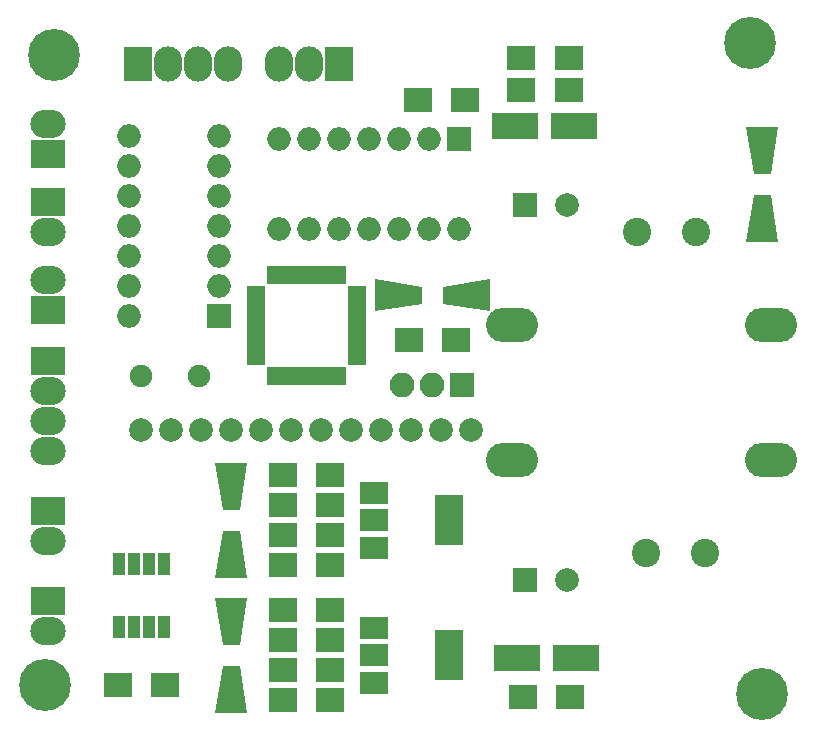
<source format=gts>
G04 #@! TF.FileFunction,Soldermask,Top*
%FSLAX46Y46*%
G04 Gerber Fmt 4.6, Leading zero omitted, Abs format (unit mm)*
G04 Created by KiCad (PCBNEW 4.0.2+dfsg1-stable) date ven. 05 janv. 2018 23:18:11 CET*
%MOMM*%
G01*
G04 APERTURE LIST*
%ADD10C,0.100000*%
%ADD11R,1.000000X1.950000*%
%ADD12R,2.000000X2.000000*%
%ADD13C,2.000000*%
%ADD14R,2.400000X2.000000*%
%ADD15O,4.400000X2.900000*%
%ADD16R,2.400000X2.100000*%
%ADD17C,2.400000*%
%ADD18R,3.900000X2.200000*%
%ADD19C,4.400000*%
%ADD20R,1.600000X1.000000*%
%ADD21R,1.000000X1.600000*%
%ADD22R,2.100000X2.100000*%
%ADD23O,2.100000X2.100000*%
%ADD24O,2.000000X2.000000*%
%ADD25R,3.000000X2.400000*%
%ADD26O,3.000000X2.400000*%
%ADD27C,1.900000*%
%ADD28R,2.400000X4.200000*%
%ADD29R,2.400000X1.900000*%
%ADD30R,2.400000X3.000000*%
%ADD31O,2.400000X3.000000*%
G04 APERTURE END LIST*
D10*
D11*
X108585000Y-119220000D03*
X107315000Y-119220000D03*
X106045000Y-119220000D03*
X104775000Y-119220000D03*
X104775000Y-124620000D03*
X106045000Y-124620000D03*
X107315000Y-124620000D03*
X108585000Y-124620000D03*
D12*
X139192000Y-88900000D03*
D13*
X142692000Y-88900000D03*
D14*
X138843000Y-79121000D03*
X142843000Y-79121000D03*
D15*
X138020000Y-99060000D03*
X160020000Y-99060000D03*
D16*
X142843000Y-76454000D03*
X138843000Y-76454000D03*
D17*
X153630000Y-91186000D03*
X148630000Y-91186000D03*
D18*
X138343000Y-82169000D03*
X143343000Y-82169000D03*
D10*
G36*
X160608000Y-92022000D02*
X157908000Y-92022000D01*
X158508000Y-88022000D01*
X160008000Y-88022000D01*
X160608000Y-92022000D01*
X160608000Y-92022000D01*
G37*
G36*
X157908000Y-82222000D02*
X160608000Y-82222000D01*
X160008000Y-86222000D01*
X158508000Y-86222000D01*
X157908000Y-82222000D01*
X157908000Y-82222000D01*
G37*
D19*
X158242000Y-75184000D03*
D20*
X116400000Y-96260000D03*
X116400000Y-97060000D03*
X116400000Y-97860000D03*
X116400000Y-98660000D03*
X116400000Y-99460000D03*
X116400000Y-100260000D03*
X116400000Y-101060000D03*
X116400000Y-101860000D03*
D21*
X117850000Y-103310000D03*
X118650000Y-103310000D03*
X119450000Y-103310000D03*
X120250000Y-103310000D03*
X121050000Y-103310000D03*
X121850000Y-103310000D03*
X122650000Y-103310000D03*
X123450000Y-103310000D03*
D20*
X124900000Y-101860000D03*
X124900000Y-101060000D03*
X124900000Y-100260000D03*
X124900000Y-99460000D03*
X124900000Y-98660000D03*
X124900000Y-97860000D03*
X124900000Y-97060000D03*
X124900000Y-96260000D03*
D21*
X123450000Y-94810000D03*
X122650000Y-94810000D03*
X121850000Y-94810000D03*
X121050000Y-94810000D03*
X120250000Y-94810000D03*
X119450000Y-94810000D03*
X118650000Y-94810000D03*
X117850000Y-94810000D03*
D22*
X133858000Y-104140000D03*
D23*
X131318000Y-104140000D03*
X128778000Y-104140000D03*
D16*
X133318000Y-100330000D03*
X129318000Y-100330000D03*
X134080000Y-80010000D03*
X130080000Y-80010000D03*
D10*
G36*
X126418000Y-97870000D02*
X126418000Y-95170000D01*
X130418000Y-95770000D01*
X130418000Y-97270000D01*
X126418000Y-97870000D01*
X126418000Y-97870000D01*
G37*
G36*
X136218000Y-95170000D02*
X136218000Y-97870000D01*
X132218000Y-97270000D01*
X132218000Y-95770000D01*
X136218000Y-95170000D01*
X136218000Y-95170000D01*
G37*
D12*
X133604000Y-83312000D03*
D24*
X118364000Y-90932000D03*
X131064000Y-83312000D03*
X120904000Y-90932000D03*
X128524000Y-83312000D03*
X123444000Y-90932000D03*
X125984000Y-83312000D03*
X125984000Y-90932000D03*
X123444000Y-83312000D03*
X128524000Y-90932000D03*
X120904000Y-83312000D03*
X131064000Y-90932000D03*
X118364000Y-83312000D03*
X133604000Y-90932000D03*
D10*
G36*
X112950000Y-122100000D02*
X115650000Y-122100000D01*
X115050000Y-126100000D01*
X113550000Y-126100000D01*
X112950000Y-122100000D01*
X112950000Y-122100000D01*
G37*
G36*
X115650000Y-131900000D02*
X112950000Y-131900000D01*
X113550000Y-127900000D01*
X115050000Y-127900000D01*
X115650000Y-131900000D01*
X115650000Y-131900000D01*
G37*
G36*
X112950000Y-110670000D02*
X115650000Y-110670000D01*
X115050000Y-114670000D01*
X113550000Y-114670000D01*
X112950000Y-110670000D01*
X112950000Y-110670000D01*
G37*
G36*
X115650000Y-120470000D02*
X112950000Y-120470000D01*
X113550000Y-116470000D01*
X115050000Y-116470000D01*
X115650000Y-120470000D01*
X115650000Y-120470000D01*
G37*
D16*
X108680000Y-129540000D03*
X104680000Y-129540000D03*
D25*
X98806000Y-122428000D03*
D26*
X98806000Y-124968000D03*
D19*
X98552000Y-129540000D03*
D16*
X122650000Y-111760000D03*
X118650000Y-111760000D03*
D25*
X98806000Y-114808000D03*
D26*
X98806000Y-117348000D03*
D14*
X122650000Y-116840000D03*
X118650000Y-116840000D03*
D25*
X98806000Y-102108000D03*
D26*
X98806000Y-104648000D03*
X98806000Y-107188000D03*
X98806000Y-109728000D03*
D16*
X122650000Y-114300000D03*
X118650000Y-114300000D03*
D27*
X106680000Y-103378000D03*
X111580000Y-103378000D03*
D13*
X134620000Y-107950000D03*
X132080000Y-107950000D03*
X129540000Y-107950000D03*
X127000000Y-107950000D03*
X124460000Y-107950000D03*
X121920000Y-107950000D03*
X119380000Y-107950000D03*
X116840000Y-107950000D03*
X114300000Y-107950000D03*
X111760000Y-107950000D03*
X109220000Y-107950000D03*
X106680000Y-107950000D03*
D16*
X118650000Y-119380000D03*
X122650000Y-119380000D03*
X118650000Y-130810000D03*
X122650000Y-130810000D03*
D14*
X122650000Y-128270000D03*
X118650000Y-128270000D03*
D16*
X122650000Y-123190000D03*
X118650000Y-123190000D03*
X122650000Y-125730000D03*
X118650000Y-125730000D03*
D28*
X132690000Y-127000000D03*
D29*
X126390000Y-127000000D03*
X126390000Y-129300000D03*
X126390000Y-124700000D03*
D30*
X106426000Y-76962000D03*
D31*
X108966000Y-76962000D03*
X111506000Y-76962000D03*
X114046000Y-76962000D03*
D30*
X123444000Y-76962000D03*
D31*
X120904000Y-76962000D03*
X118364000Y-76962000D03*
D12*
X139192000Y-120650000D03*
D13*
X142692000Y-120650000D03*
D14*
X138970000Y-130556000D03*
X142970000Y-130556000D03*
D15*
X138020000Y-110490000D03*
X160020000Y-110490000D03*
D17*
X149392000Y-118364000D03*
X154392000Y-118364000D03*
D18*
X138470000Y-127254000D03*
X143470000Y-127254000D03*
D19*
X159258000Y-130302000D03*
X99314000Y-76200000D03*
D12*
X113284000Y-98298000D03*
D24*
X105664000Y-83058000D03*
X113284000Y-95758000D03*
X105664000Y-85598000D03*
X113284000Y-93218000D03*
X105664000Y-88138000D03*
X113284000Y-90678000D03*
X105664000Y-90678000D03*
X113284000Y-88138000D03*
X105664000Y-93218000D03*
X113284000Y-85598000D03*
X105664000Y-95758000D03*
X113284000Y-83058000D03*
X105664000Y-98298000D03*
D25*
X98806000Y-88646000D03*
D26*
X98806000Y-91186000D03*
D25*
X98806000Y-97790000D03*
D26*
X98806000Y-95250000D03*
D25*
X98806000Y-84582000D03*
D26*
X98806000Y-82042000D03*
D28*
X132690000Y-115570000D03*
D29*
X126390000Y-115570000D03*
X126390000Y-117870000D03*
X126390000Y-113270000D03*
M02*

</source>
